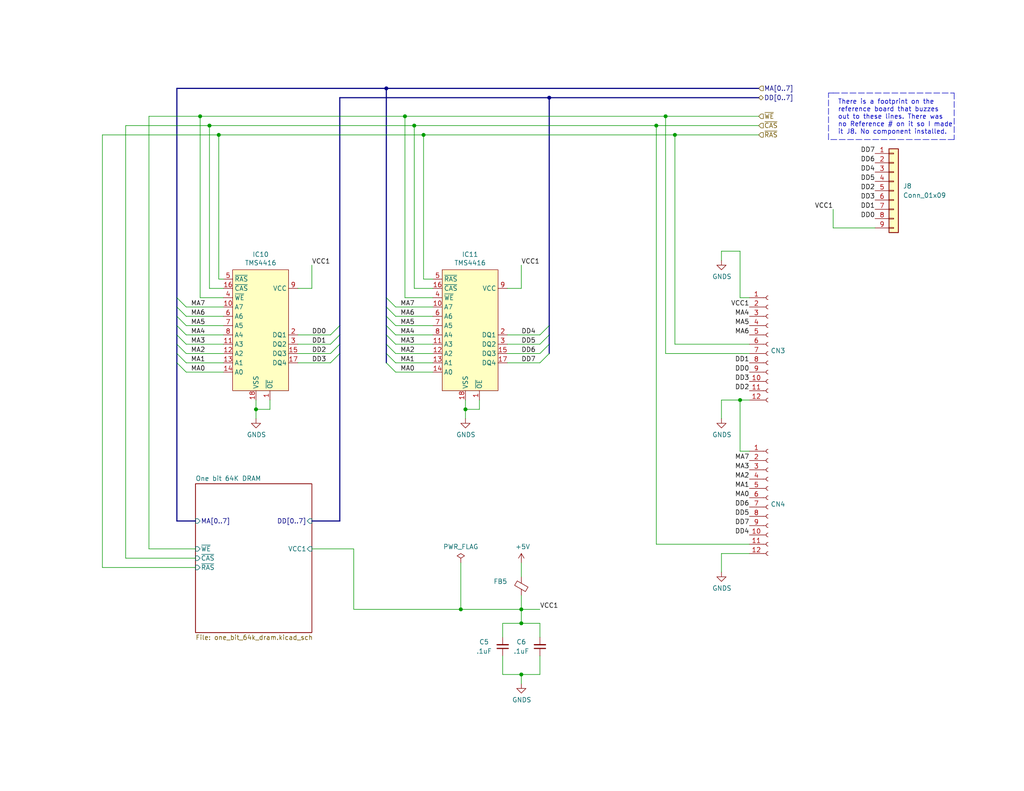
<source format=kicad_sch>
(kicad_sch (version 20211123) (generator eeschema)
  (paper "A")
  (title_block (title "TRS-80 Color Computer 2 (26-3134B & 26-3136B)") (date "2022-10-07") (rev "1.0.0") (company "Tandy Corporation") (comment 1 "Board # 20261058") (comment 3 "Reference board donated by MrDave3609") (comment 4 "Kicad schematic capture by Rocky Hill"))
  (lib_symbols
    (symbol "Connector_Generic:Conn_01x09" (pin_names (offset 1.016) hide)
      (property "Reference" "J" (at 0 12.7 0))
      (property "Value" "Conn_01x09" (at 0 -12.7 0))
      (symbol "Conn_01x09_1_1"
        (rectangle (start -1.27 -10.033) (end 0 -10.287) (stroke (width 0.1524)))
        (rectangle (start -1.27 -7.493) (end 0 -7.747) (stroke (width 0.1524)))
        (rectangle (start -1.27 -4.953) (end 0 -5.207) (stroke (width 0.1524)))
        (rectangle (start -1.27 -2.413) (end 0 -2.667) (stroke (width 0.1524)))
        (rectangle (start -1.27 0.127) (end 0 -0.127) (stroke (width 0.1524)))
        (rectangle (start -1.27 2.667) (end 0 2.413) (stroke (width 0.1524)))
        (rectangle (start -1.27 5.207) (end 0 4.953) (stroke (width 0.1524)))
        (rectangle (start -1.27 7.747) (end 0 7.493) (stroke (width 0.1524)))
        (rectangle (start -1.27 10.287) (end 0 10.033) (stroke (width 0.1524)))
        (rectangle (start -1.27 11.43) (end 1.27 -11.43) (stroke (width 0.254)) (fill (type background)))
        (pin passive line (at -5.08 10.16 0) (length 3.81) (name "Pin_1") (number "1"))
        (pin passive line (at -5.08 7.62 0) (length 3.81) (name "Pin_2") (number "2"))
        (pin passive line (at -5.08 5.08 0) (length 3.81) (name "Pin_3") (number "3"))
        (pin passive line (at -5.08 2.54 0) (length 3.81) (name "Pin_4") (number "4"))
        (pin passive line (at -5.08 0 0) (length 3.81) (name "Pin_5") (number "5"))
        (pin passive line (at -5.08 -2.54 0) (length 3.81) (name "Pin_6") (number "6"))
        (pin passive line (at -5.08 -5.08 0) (length 3.81) (name "Pin_7") (number "7"))
        (pin passive line (at -5.08 -7.62 0) (length 3.81) (name "Pin_8") (number "8"))
        (pin passive line (at -5.08 -10.16 0) (length 3.81) (name "Pin_9") (number "9"))
      )
    )
    (symbol "coco2-rescue:+5V-power" (power) (pin_names (offset 0))
      (property "Value" "+5V-power" (at 0 3.556 0))
      (symbol "+5V-power_0_1"
        (polyline (pts (xy -0.762 1.27) (xy 0 2.54)))
        (polyline (pts (xy 0 0) (xy 0 2.54)))
        (polyline (pts (xy 0 2.54) (xy 0.762 1.27)))
      )
      (symbol "+5V-power_1_1"
        (pin power_in line (at 0 0 90) (length 0) hide (name "+5V") (number "1"))
      )
    )
    (symbol "coco2-rescue:C_Small-Device" (pin_numbers hide) (pin_names (offset 0.254) hide)
      (property "Reference" "C" (at 0.254 1.778 0))
      (property "Value" "C_Small-Device" (at 0.254 -2.032 0))
      (symbol "C_Small-Device_0_1"
        (polyline (pts (xy -1.524 -0.508) (xy 1.524 -0.508)) (stroke (width 0.3302)))
        (polyline (pts (xy -1.524 0.508) (xy 1.524 0.508)) (stroke (width 0.3048)))
      )
      (symbol "C_Small-Device_1_1"
        (pin passive line (at 0 2.54 270) (length 2.032) (name "~") (number "1"))
        (pin passive line (at 0 -2.54 90) (length 2.032) (name "~") (number "2"))
      )
    )
    (symbol "coco2-rescue:Conn_01x12_Female-Connector" (pin_names (offset 1.016) hide)
      (property "Reference" "J" (at 0 15.24 0))
      (property "Value" "Conn_01x12_Female-Connector" (at 0 -17.78 0))
      (symbol "Conn_01x12_Female-Connector_1_1"
        (arc (start 0 -14.732) (mid -0.508 -15.24) (end 0 -15.748) (stroke (width 0.1524)))
        (arc (start 0 -12.192) (mid -0.508 -12.7) (end 0 -13.208) (stroke (width 0.1524)))
        (arc (start 0 -9.652) (mid -0.508 -10.16) (end 0 -10.668) (stroke (width 0.1524)))
        (arc (start 0 -7.112) (mid -0.508 -7.62) (end 0 -8.128) (stroke (width 0.1524)))
        (arc (start 0 -4.572) (mid -0.508 -5.08) (end 0 -5.588) (stroke (width 0.1524)))
        (arc (start 0 -2.032) (mid -0.508 -2.54) (end 0 -3.048) (stroke (width 0.1524)))
        (polyline (pts (xy -1.27 -15.24) (xy -0.508 -15.24)) (stroke (width 0.1524)))
        (polyline (pts (xy -1.27 -12.7) (xy -0.508 -12.7)) (stroke (width 0.1524)))
        (polyline (pts (xy -1.27 -10.16) (xy -0.508 -10.16)) (stroke (width 0.1524)))
        (polyline (pts (xy -1.27 -7.62) (xy -0.508 -7.62)) (stroke (width 0.1524)))
        (polyline (pts (xy -1.27 -5.08) (xy -0.508 -5.08)) (stroke (width 0.1524)))
        (polyline (pts (xy -1.27 -2.54) (xy -0.508 -2.54)) (stroke (width 0.1524)))
        (polyline (pts (xy -1.27 0) (xy -0.508 0)) (stroke (width 0.1524)))
        (polyline (pts (xy -1.27 2.54) (xy -0.508 2.54)) (stroke (width 0.1524)))
        (polyline (pts (xy -1.27 5.08) (xy -0.508 5.08)) (stroke (width 0.1524)))
        (polyline (pts (xy -1.27 7.62) (xy -0.508 7.62)) (stroke (width 0.1524)))
        (polyline (pts (xy -1.27 10.16) (xy -0.508 10.16)) (stroke (width 0.1524)))
        (polyline (pts (xy -1.27 12.7) (xy -0.508 12.7)) (stroke (width 0.1524)))
        (arc (start 0 0.508) (mid -0.508 0) (end 0 -0.508) (stroke (width 0.1524)))
        (arc (start 0 3.048) (mid -0.508 2.54) (end 0 2.032) (stroke (width 0.1524)))
        (arc (start 0 5.588) (mid -0.508 5.08) (end 0 4.572) (stroke (width 0.1524)))
        (arc (start 0 8.128) (mid -0.508 7.62) (end 0 7.112) (stroke (width 0.1524)))
        (arc (start 0 10.668) (mid -0.508 10.16) (end 0 9.652) (stroke (width 0.1524)))
        (arc (start 0 13.208) (mid -0.508 12.7) (end 0 12.192) (stroke (width 0.1524)))
        (pin passive line (at -5.08 12.7 0) (length 3.81) (name "Pin_1") (number "1"))
        (pin passive line (at -5.08 -10.16 0) (length 3.81) (name "Pin_10") (number "10"))
        (pin passive line (at -5.08 -12.7 0) (length 3.81) (name "Pin_11") (number "11"))
        (pin passive line (at -5.08 -15.24 0) (length 3.81) (name "Pin_12") (number "12"))
        (pin passive line (at -5.08 10.16 0) (length 3.81) (name "Pin_2") (number "2"))
        (pin passive line (at -5.08 7.62 0) (length 3.81) (name "Pin_3") (number "3"))
        (pin passive line (at -5.08 5.08 0) (length 3.81) (name "Pin_4") (number "4"))
        (pin passive line (at -5.08 2.54 0) (length 3.81) (name "Pin_5") (number "5"))
        (pin passive line (at -5.08 0 0) (length 3.81) (name "Pin_6") (number "6"))
        (pin passive line (at -5.08 -2.54 0) (length 3.81) (name "Pin_7") (number "7"))
        (pin passive line (at -5.08 -5.08 0) (length 3.81) (name "Pin_8") (number "8"))
        (pin passive line (at -5.08 -7.62 0) (length 3.81) (name "Pin_9") (number "9"))
      )
    )
    (symbol "coco2-rescue:Ferrite_Bead_Small-Device" (pin_numbers hide) (pin_names (offset 0))
      (property "Reference" "FB" (at 1.905 1.27 0))
      (property "Value" "Ferrite_Bead_Small-Device" (at 1.905 -1.27 0))
      (symbol "Ferrite_Bead_Small-Device_0_1"
        (polyline (pts (xy 0 -1.27) (xy 0 -0.7874)))
        (polyline (pts (xy 0 0.889) (xy 0 1.2954)))
        (polyline (pts (xy -1.8288 0.2794) (xy -1.1176 1.4986) (xy 1.8288 -0.2032) (xy 1.1176 -1.4224) (xy -1.8288 0.2794)))
      )
      (symbol "Ferrite_Bead_Small-Device_1_1"
        (pin passive line (at 0 2.54 270) (length 1.27) (name "~") (number "1"))
        (pin passive line (at 0 -2.54 90) (length 1.27) (name "~") (number "2"))
      )
    )
    (symbol "coco2-rescue:GNDS-power" (power) (pin_names (offset 0))
      (property "Value" "GNDS-power" (at 0 -3.81 0))
      (symbol "GNDS-power_0_1"
        (polyline (pts (xy 0 0) (xy 0 -1.27) (xy 1.27 -1.27) (xy 0 -2.54) (xy -1.27 -1.27) (xy 0 -1.27)))
      )
      (symbol "GNDS-power_1_1"
        (pin power_in line (at 0 0 270) (length 0) hide (name "GNDS") (number "1"))
      )
    )
    (symbol "coco2-rescue:PWR_FLAG-power" (power) (pin_numbers hide) (pin_names (offset 0) hide)
      (property "Value" "PWR_FLAG-power" (at 0 3.81 0))
      (symbol "PWR_FLAG-power_0_0"
        (pin power_out line (at 0 0 90) (length 0) (name "pwr") (number "1"))
      )
      (symbol "PWR_FLAG-power_0_1"
        (polyline (pts (xy 0 0) (xy 0 1.27) (xy -1.016 1.905) (xy 0 2.54) (xy 1.016 1.905) (xy 0 1.27)))
      )
    )
    (symbol "coco2:TMS4416" (pin_names (offset 0.4572))
      (property "Reference" "U" (at 6.35 1.27 0))
      (property "Value" "TMS4416" (at 6.35 -1.27 0))
      (symbol "TMS4416_0_1"
        (rectangle (start 13.97 -35.56) (end -1.27 -2.54) (fill (type background)))
      )
      (symbol "TMS4416_1_1"
        (pin input line (at 8.89 -38.1 90) (length 2.54) (name "~{OE}") (number "1"))
        (pin input line (at -3.81 -12.7 0) (length 2.54) (name "A7") (number "10"))
        (pin input line (at -3.81 -22.86 0) (length 2.54) (name "A3") (number "11"))
        (pin input line (at -3.81 -25.4 0) (length 2.54) (name "A2") (number "12"))
        (pin input line (at -3.81 -27.94 0) (length 2.54) (name "A1") (number "13"))
        (pin input line (at -3.81 -30.48 0) (length 2.54) (name "A0") (number "14"))
        (pin bidirectional line (at 16.51 -25.4 180) (length 2.54) (name "DQ3") (number "15"))
        (pin input line (at -3.81 -7.62 0) (length 2.54) (name "~{CAS}") (number "16"))
        (pin bidirectional line (at 16.51 -27.94 180) (length 2.54) (name "DQ4") (number "17"))
        (pin power_in line (at 5.08 -38.1 90) (length 2.54) (name "VSS") (number "18"))
        (pin bidirectional line (at 16.51 -20.32 180) (length 2.54) (name "DQ1") (number "2"))
        (pin bidirectional line (at 16.51 -22.86 180) (length 2.54) (name "DQ2") (number "3"))
        (pin input line (at -3.81 -10.16 0) (length 2.54) (name "~{WE}") (number "4"))
        (pin input line (at -3.81 -5.08 0) (length 2.54) (name "~{RAS}") (number "5"))
        (pin input line (at -3.81 -15.24 0) (length 2.54) (name "A6") (number "6"))
        (pin input line (at -3.81 -17.78 0) (length 2.54) (name "A5") (number "7"))
        (pin input line (at -3.81 -20.32 0) (length 2.54) (name "A4") (number "8"))
        (pin power_in line (at 16.51 -7.62 180) (length 2.54) (name "VCC") (number "9"))
      )
    )
  )
  (junction (at 115.57 36.83))
  (junction (at 142.24 170.18))
  (junction (at 149.86 26.67))
  (junction (at 181.61 31.75))
  (junction (at 105.41 24.13))
  (junction (at 57.15 34.29))
  (junction (at 59.69 36.83))
  (junction (at 125.73 166.37))
  (junction (at 54.61 31.75))
  (junction (at 113.03 34.29))
  (junction (at 184.15 36.83))
  (junction (at 142.24 166.37))
  (junction (at 142.24 184.15))
  (junction (at 127 111.76))
  (junction (at 110.49 31.75))
  (junction (at 69.85 111.76))
  (junction (at 179.07 34.29))
  (junction (at 201.93 109.22))
  (bus_entry (at 105.41 91.44) (size 2.54 2.54))
  (bus_entry (at 90.17 93.98) (size 2.54 -2.54))
  (bus_entry (at 147.32 99.06) (size 2.54 -2.54))
  (bus_entry (at 48.26 99.06) (size 2.54 2.54))
  (bus_entry (at 105.41 99.06) (size 2.54 2.54))
  (bus_entry (at 105.41 88.9) (size 2.54 2.54))
  (bus_entry (at 90.17 91.44) (size 2.54 -2.54))
  (bus_entry (at 90.17 99.06) (size 2.54 -2.54))
  (bus_entry (at 105.41 83.82) (size 2.54 2.54))
  (bus_entry (at 90.17 96.52) (size 2.54 -2.54))
  (bus_entry (at 147.32 96.52) (size 2.54 -2.54))
  (bus_entry (at 147.32 93.98) (size 2.54 -2.54))
  (bus_entry (at 105.41 93.98) (size 2.54 2.54))
  (bus_entry (at 147.32 91.44) (size 2.54 -2.54))
  (bus_entry (at 48.26 83.82) (size 2.54 2.54))
  (bus_entry (at 105.41 96.52) (size 2.54 2.54))
  (bus_entry (at 48.26 88.9) (size 2.54 2.54))
  (bus_entry (at 48.26 86.36) (size 2.54 2.54))
  (bus_entry (at 48.26 91.44) (size 2.54 2.54))
  (bus_entry (at 48.26 96.52) (size 2.54 2.54))
  (bus_entry (at 105.41 81.28) (size 2.54 2.54))
  (bus_entry (at 105.41 86.36) (size 2.54 2.54))
  (bus_entry (at 48.26 93.98) (size 2.54 2.54))
  (bus_entry (at 48.26 81.28) (size 2.54 2.54))
  (wire (pts (xy 181.61 96.52) (xy 181.61 31.75)))
  (wire (pts (xy 57.15 78.74) (xy 60.96 78.74)))
  (wire (pts (xy 142.24 162.56) (xy 142.24 166.37)))
  (wire (pts (xy 50.8 99.06) (xy 60.96 99.06)))
  (wire (pts (xy 81.28 99.06) (xy 90.17 99.06)))
  (wire (pts (xy 201.93 109.22) (xy 196.85 109.22)))
  (wire (pts (xy 138.43 93.98) (xy 147.32 93.98)))
  (bus (pts (xy 48.26 93.98) (xy 48.26 96.52)))
  (wire (pts (xy 137.16 173.99) (xy 137.16 170.18)))
  (wire (pts (xy 54.61 31.75) (xy 40.64 31.75)))
  (wire (pts (xy 138.43 99.06) (xy 147.32 99.06)))
  (polyline (pts (xy 260.35 25.4) (xy 260.35 38.1)))
  (wire (pts (xy 142.24 166.37) (xy 125.73 166.37)))
  (wire (pts (xy 118.11 91.44) (xy 107.95 91.44)))
  (wire (pts (xy 142.24 72.39) (xy 142.24 78.74)))
  (wire (pts (xy 110.49 31.75) (xy 54.61 31.75)))
  (bus (pts (xy 92.71 26.67) (xy 149.86 26.67)))
  (wire (pts (xy 59.69 36.83) (xy 59.69 76.2)))
  (wire (pts (xy 179.07 34.29) (xy 113.03 34.29)))
  (wire (pts (xy 69.85 109.22) (xy 69.85 111.76)))
  (wire (pts (xy 204.47 93.98) (xy 184.15 93.98)))
  (wire (pts (xy 73.66 111.76) (xy 69.85 111.76)))
  (wire (pts (xy 142.24 78.74) (xy 138.43 78.74)))
  (bus (pts (xy 149.86 88.9) (xy 149.86 91.44)))
  (bus (pts (xy 48.26 142.24) (xy 53.34 142.24)))
  (bus (pts (xy 105.41 86.36) (xy 105.41 88.9)))
  (wire (pts (xy 196.85 68.58) (xy 201.93 68.58)))
  (wire (pts (xy 142.24 166.37) (xy 142.24 170.18)))
  (wire (pts (xy 85.09 72.39) (xy 85.09 78.74)))
  (bus (pts (xy 149.86 26.67) (xy 149.86 88.9)))
  (wire (pts (xy 118.11 81.28) (xy 110.49 81.28)))
  (wire (pts (xy 138.43 91.44) (xy 147.32 91.44)))
  (bus (pts (xy 92.71 91.44) (xy 92.71 93.98)))
  (wire (pts (xy 57.15 34.29) (xy 57.15 78.74)))
  (wire (pts (xy 125.73 166.37) (xy 125.73 153.67)))
  (wire (pts (xy 142.24 186.69) (xy 142.24 184.15)))
  (bus (pts (xy 92.71 26.67) (xy 92.71 88.9)))
  (wire (pts (xy 127 111.76) (xy 127 114.3)))
  (wire (pts (xy 118.11 86.36) (xy 107.95 86.36)))
  (wire (pts (xy 138.43 96.52) (xy 147.32 96.52)))
  (wire (pts (xy 184.15 93.98) (xy 184.15 36.83)))
  (bus (pts (xy 105.41 81.28) (xy 105.41 83.82)))
  (wire (pts (xy 227.33 57.15) (xy 227.33 62.23)))
  (wire (pts (xy 201.93 68.58) (xy 201.93 81.28)))
  (wire (pts (xy 69.85 111.76) (xy 69.85 114.3)))
  (wire (pts (xy 137.16 179.07) (xy 137.16 184.15)))
  (wire (pts (xy 113.03 78.74) (xy 113.03 34.29)))
  (wire (pts (xy 113.03 34.29) (xy 57.15 34.29)))
  (wire (pts (xy 96.52 149.86) (xy 96.52 166.37)))
  (wire (pts (xy 201.93 123.19) (xy 201.93 109.22)))
  (wire (pts (xy 184.15 36.83) (xy 115.57 36.83)))
  (wire (pts (xy 50.8 88.9) (xy 60.96 88.9)))
  (wire (pts (xy 50.8 93.98) (xy 60.96 93.98)))
  (wire (pts (xy 60.96 101.6) (xy 50.8 101.6)))
  (wire (pts (xy 107.95 88.9) (xy 118.11 88.9)))
  (wire (pts (xy 50.8 83.82) (xy 60.96 83.82)))
  (wire (pts (xy 181.61 96.52) (xy 204.47 96.52)))
  (wire (pts (xy 27.94 154.94) (xy 53.34 154.94)))
  (bus (pts (xy 92.71 88.9) (xy 92.71 91.44)))
  (wire (pts (xy 107.95 99.06) (xy 118.11 99.06)))
  (polyline (pts (xy 226.06 25.4) (xy 227.33 25.4)))
  (bus (pts (xy 92.71 93.98) (xy 92.71 96.52)))
  (wire (pts (xy 59.69 76.2) (xy 60.96 76.2)))
  (wire (pts (xy 147.32 179.07) (xy 147.32 184.15)))
  (wire (pts (xy 81.28 96.52) (xy 90.17 96.52)))
  (bus (pts (xy 92.71 96.52) (xy 92.71 142.24)))
  (wire (pts (xy 96.52 166.37) (xy 125.73 166.37)))
  (bus (pts (xy 48.26 81.28) (xy 48.26 83.82)))
  (wire (pts (xy 204.47 109.22) (xy 201.93 109.22)))
  (bus (pts (xy 105.41 93.98) (xy 105.41 96.52)))
  (wire (pts (xy 81.28 91.44) (xy 90.17 91.44)))
  (bus (pts (xy 149.86 93.98) (xy 149.86 96.52)))
  (bus (pts (xy 48.26 24.13) (xy 48.26 81.28)))
  (wire (pts (xy 118.11 96.52) (xy 107.95 96.52)))
  (polyline (pts (xy 227.33 25.4) (xy 260.35 25.4)))
  (wire (pts (xy 34.29 152.4) (xy 53.34 152.4)))
  (wire (pts (xy 207.01 36.83) (xy 184.15 36.83)))
  (wire (pts (xy 85.09 149.86) (xy 96.52 149.86)))
  (polyline (pts (xy 260.35 38.1) (xy 226.06 38.1)))
  (wire (pts (xy 60.96 96.52) (xy 50.8 96.52)))
  (wire (pts (xy 147.32 173.99) (xy 147.32 170.18)))
  (bus (pts (xy 48.26 24.13) (xy 105.41 24.13)))
  (bus (pts (xy 105.41 83.82) (xy 105.41 86.36)))
  (wire (pts (xy 40.64 149.86) (xy 53.34 149.86)))
  (wire (pts (xy 179.07 148.59) (xy 179.07 34.29)))
  (bus (pts (xy 48.26 91.44) (xy 48.26 93.98)))
  (bus (pts (xy 48.26 96.52) (xy 48.26 99.06)))
  (wire (pts (xy 127 109.22) (xy 127 111.76)))
  (wire (pts (xy 181.61 31.75) (xy 110.49 31.75)))
  (wire (pts (xy 59.69 36.83) (xy 27.94 36.83)))
  (wire (pts (xy 142.24 170.18) (xy 147.32 170.18)))
  (bus (pts (xy 105.41 88.9) (xy 105.41 91.44)))
  (wire (pts (xy 115.57 76.2) (xy 115.57 36.83)))
  (bus (pts (xy 149.86 91.44) (xy 149.86 93.98)))
  (wire (pts (xy 54.61 31.75) (xy 54.61 81.28)))
  (wire (pts (xy 118.11 76.2) (xy 115.57 76.2)))
  (wire (pts (xy 196.85 151.13) (xy 196.85 156.21)))
  (wire (pts (xy 142.24 153.67) (xy 142.24 157.48)))
  (wire (pts (xy 40.64 31.75) (xy 40.64 149.86)))
  (wire (pts (xy 137.16 170.18) (xy 142.24 170.18)))
  (wire (pts (xy 147.32 166.37) (xy 142.24 166.37)))
  (wire (pts (xy 85.09 78.74) (xy 81.28 78.74)))
  (wire (pts (xy 54.61 81.28) (xy 60.96 81.28)))
  (bus (pts (xy 48.26 88.9) (xy 48.26 91.44)))
  (wire (pts (xy 118.11 101.6) (xy 107.95 101.6)))
  (wire (pts (xy 118.11 78.74) (xy 113.03 78.74)))
  (wire (pts (xy 207.01 34.29) (xy 179.07 34.29)))
  (polyline (pts (xy 226.06 38.1) (xy 226.06 25.4)))
  (wire (pts (xy 130.81 109.22) (xy 130.81 111.76)))
  (wire (pts (xy 204.47 123.19) (xy 201.93 123.19)))
  (wire (pts (xy 147.32 184.15) (xy 142.24 184.15)))
  (wire (pts (xy 196.85 71.12) (xy 196.85 68.58)))
  (wire (pts (xy 34.29 34.29) (xy 34.29 152.4)))
  (wire (pts (xy 107.95 93.98) (xy 118.11 93.98)))
  (wire (pts (xy 207.01 31.75) (xy 181.61 31.75)))
  (bus (pts (xy 105.41 91.44) (xy 105.41 93.98)))
  (wire (pts (xy 107.95 83.82) (xy 118.11 83.82)))
  (wire (pts (xy 60.96 91.44) (xy 50.8 91.44)))
  (wire (pts (xy 196.85 109.22) (xy 196.85 114.3)))
  (bus (pts (xy 149.86 26.67) (xy 207.01 26.67)))
  (wire (pts (xy 142.24 184.15) (xy 137.16 184.15)))
  (wire (pts (xy 57.15 34.29) (xy 34.29 34.29)))
  (wire (pts (xy 110.49 81.28) (xy 110.49 31.75)))
  (wire (pts (xy 227.33 62.23) (xy 238.76 62.23)))
  (wire (pts (xy 204.47 148.59) (xy 179.07 148.59)))
  (wire (pts (xy 196.85 151.13) (xy 204.47 151.13)))
  (wire (pts (xy 130.81 111.76) (xy 127 111.76)))
  (wire (pts (xy 60.96 86.36) (xy 50.8 86.36)))
  (bus (pts (xy 48.26 99.06) (xy 48.26 142.24)))
  (wire (pts (xy 81.28 93.98) (xy 90.17 93.98)))
  (bus (pts (xy 105.41 96.52) (xy 105.41 99.06)))
  (wire (pts (xy 27.94 36.83) (xy 27.94 154.94)))
  (wire (pts (xy 73.66 109.22) (xy 73.66 111.76)))
  (bus (pts (xy 48.26 86.36) (xy 48.26 88.9)))
  (bus (pts (xy 48.26 83.82) (xy 48.26 86.36)))
  (bus (pts (xy 92.71 142.24) (xy 85.09 142.24)))
  (bus (pts (xy 105.41 24.13) (xy 105.41 81.28)))
  (wire (pts (xy 115.57 36.83) (xy 59.69 36.83)))
  (wire (pts (xy 201.93 81.28) (xy 204.47 81.28)))
  (bus (pts (xy 105.41 24.13) (xy 207.01 24.13)))
  (text "There is a footprint on the\nreference board that buzzes\nout to these lines. There was\nno Reference # on it so I made\nit J8. No component installed." (at 228.6 36.83 0) (effects (font (size 1.27 1.27)) (justify left bottom)))
  (label "VCC1" (at 227.33 57.15 180))
  (label "DD3" (at 204.47 104.14 180))
  (label "MA6" (at 204.47 91.44 180))
  (label "DD6" (at 142.24 96.52 0))
  (label "DD0" (at 204.47 101.6 180))
  (label "DD7" (at 142.24 99.06 0))
  (label "DD7" (at 238.76 41.91 180))
  (label "DD7" (at 204.47 143.51 180))
  (label "VCC1" (at 204.47 83.82 180))
  (label "DD3" (at 238.76 54.61 180))
  (label "MA2" (at 52.07 96.52 0))
  (label "VCC1" (at 85.09 72.39 0))
  (label "MA1" (at 52.07 99.06 0))
  (label "MA1" (at 109.22 99.06 0))
  (label "DD1" (at 85.09 93.98 0))
  (label "MA0" (at 204.47 135.89 180))
  (label "MA4" (at 204.47 86.36 180))
  (label "MA7" (at 109.22 83.82 0))
  (label "DD6" (at 238.76 44.45 180))
  (label "MA4" (at 52.07 91.44 0))
  (label "MA5" (at 204.47 88.9 180))
  (label "MA5" (at 109.22 88.9 0))
  (label "DD5" (at 204.47 140.97 180))
  (label "MA1" (at 204.47 133.35 180))
  (label "MA4" (at 109.22 91.44 0))
  (label "DD6" (at 204.47 138.43 180))
  (label "DD5" (at 238.76 49.53 180))
  (label "DD0" (at 238.76 59.69 180))
  (label "MA0" (at 109.22 101.6 0))
  (label "VCC1" (at 142.24 72.39 0))
  (label "MA2" (at 109.22 96.52 0))
  (label "MA0" (at 52.07 101.6 0))
  (label "MA6" (at 109.22 86.36 0))
  (label "DD5" (at 142.24 93.98 0))
  (label "DD0" (at 85.09 91.44 0))
  (label "DD2" (at 238.76 52.07 180))
  (label "MA6" (at 52.07 86.36 0))
  (label "DD3" (at 85.09 99.06 0))
  (label "DD4" (at 238.76 46.99 180))
  (label "DD2" (at 204.47 106.68 180))
  (label "DD4" (at 204.47 146.05 180))
  (label "MA2" (at 204.47 130.81 180))
  (label "MA5" (at 52.07 88.9 0))
  (label "DD4" (at 142.24 91.44 0))
  (label "DD2" (at 85.09 96.52 0))
  (label "MA7" (at 204.47 125.73 180))
  (label "DD1" (at 238.76 57.15 180))
  (label "MA3" (at 204.47 128.27 180))
  (label "MA3" (at 52.07 93.98 0))
  (label "DD1" (at 204.47 99.06 180))
  (label "MA3" (at 109.22 93.98 0))
  (label "MA7" (at 52.07 83.82 0))
  (label "VCC1" (at 147.32 166.37 0))
  (hierarchical_label "~{WE}" (shape input) (at 207.01 31.75 0))
  (hierarchical_label "~{RAS}" (shape input) (at 207.01 36.83 0))
  (hierarchical_label "DD[0..7]" (shape bidirectional) (at 207.01 26.67 0))
  (hierarchical_label "~{CAS}" (shape input) (at 207.01 34.29 0))
  (hierarchical_label "MA[0..7]" (shape input) (at 207.01 24.13 0))
  (symbol (lib_id "coco2-rescue:C_Small-Device") (at 137.16 176.53 180) (unit 1)
    (property "Reference" "C5" (at 132.08 175.26 0))
    (property "Value" ".1uF" (at 132.08 177.8 0))
    (property "Footprint" "Capacitor_THT:C_Disc_D4.7mm_W2.5mm_P5.00mm" (effects hide))
    (property "Datasheet" " https://search.murata.co.jp/Ceramy/image/img/A01X/G101/ENG/RDE_X7R_250V-1kV_E.pdf" (effects hide))
    (property "Vendor" "digikey" (effects hide))
    (property "Vendor part#" "490-8814-ND" (effects hide))
    (property "Manufacturer part#" "RDER71H104K0K1H03B" (effects hide))
  )
  (symbol (lib_id "coco2-rescue:C_Small-Device") (at 147.32 176.53 180) (unit 1)
    (property "Reference" "C6" (at 142.24 175.26 0))
    (property "Value" ".1uF" (at 142.24 177.8 0))
    (property "Footprint" "Capacitor_THT:C_Disc_D4.7mm_W2.5mm_P5.00mm" (effects hide))
    (property "Datasheet" " https://search.murata.co.jp/Ceramy/image/img/A01X/G101/ENG/RDE_X7R_250V-1kV_E.pdf" (effects hide))
    (property "Vendor" "digikey" (effects hide))
    (property "Vendor part#" "490-8814-ND" (effects hide))
    (property "Manufacturer part#" "RDER71H104K0K1H03B" (effects hide))
  )
  (symbol (lib_id "coco2-rescue:+5V-power") (at 142.24 153.67 0) (unit 1)
    (property "Reference" "#PWR0999022" (effects hide))
    (property "Value" "+5V" (at 142.621 149.2758 0))
  )
  (symbol (lib_id "coco2:TMS4416") (at 64.77 71.12 0) (unit 1)
    (property "Reference" "IC10" (at 71.12 69.469 0))
    (property "Value" "TMS4416" (at 71.12 71.7804 0))
    (property "Footprint" "Package_DIP:DIP-18_W7.62mm_Socket" (effects hide))
    (property "Datasheet" "http://www.assmann-wsw.com/uploads/datasheets/ASS_0810_CO.pdf" (effects hide))
    (property "Vendor" "digikey" (effects hide))
    (property "Vendor part#" "AE9995-ND" (effects hide))
    (property "Manufacturer part#" "A 18-LC-TT" (effects hide))
  )
  (symbol (lib_id "coco2:TMS4416") (at 121.92 71.12 0) (unit 1)
    (property "Reference" "IC11" (at 128.27 69.469 0))
    (property "Value" "TMS4416" (at 128.27 71.7804 0))
    (property "Footprint" "Package_DIP:DIP-18_W7.62mm_Socket" (effects hide))
    (property "Datasheet" "http://www.assmann-wsw.com/uploads/datasheets/ASS_0810_CO.pdf" (effects hide))
    (property "Vendor" "digikey" (effects hide))
    (property "Vendor part#" "AE9995-ND" (effects hide))
    (property "Manufacturer part#" "A 18-LC-TT" (effects hide))
  )
  (symbol (lib_id "coco2-rescue:GNDS-power") (at 69.85 114.3 0) (unit 1)
    (property "Reference" "#PWR0101" (effects hide))
    (property "Value" "GNDS" (at 69.977 118.6942 0))
  )
  (symbol (lib_id "coco2-rescue:GNDS-power") (at 127 114.3 0) (unit 1)
    (property "Reference" "#PWR0102" (effects hide))
    (property "Value" "GNDS" (at 127.127 118.6942 0))
  )
  (symbol (lib_id "coco2-rescue:Ferrite_Bead_Small-Device") (at 142.24 160.02 180) (unit 1)
    (property "Reference" "FB5" (at 138.43 158.75 0) (effects (justify left)))
    (property "Value" "Ferrite_Bead_Small" (effects hide))
    (property "Footprint" "coco2:ferrite_bead" (effects hide))
    (property "Datasheet" "http://www.fair-rite.com/wp-content/themes/fair-rite/print_product.php?pid=18608" (effects hide))
    (property "Vendor" "digikey" (effects hide))
    (property "Vendor part#" "1934-1364-ND" (effects hide))
    (property "Manufacturer part#" "2743007111" (effects hide))
  )
  (symbol (lib_id "coco2-rescue:GNDS-power") (at 142.24 186.69 0) (unit 1)
    (property "Reference" "#PWR0103" (effects hide))
    (property "Value" "GNDS" (at 142.367 191.0842 0))
  )
  (symbol (lib_id "coco2-rescue:Conn_01x12_Female-Connector") (at 209.55 93.98 0) (unit 1)
    (property "Reference" "CN3" (at 210.2612 95.758 0) (effects (justify left)))
    (property "Value" "Conn_01x12_Female" (effects hide))
    (property "Footprint" "coco2:PinSocket_1x12_P2.54mm_for_memory_board_adapter" (effects hide))
    (property "Datasheet" "https://www.molex.com/pdm_docs/sd/022182121_sd.pdf" (effects hide))
    (property "Vendor" "digikey" (effects hide))
    (property "Vendor part#" "23-0022182121-ND" (effects hide))
    (property "Manufacturer part#" "0022182121" (effects hide))
  )
  (symbol (lib_id "coco2-rescue:Conn_01x12_Female-Connector") (at 209.55 135.89 0) (unit 1)
    (property "Reference" "CN4" (at 210.2612 137.668 0) (effects (justify left)))
    (property "Value" "Conn_01x12_Female" (effects hide))
    (property "Footprint" "coco2:PinSocket_1x12_P2.54mm_for_memory_board_adapter" (effects hide))
    (property "Datasheet" "https://www.molex.com/pdm_docs/sd/022182121_sd.pdf" (effects hide))
    (property "Vendor" "digikey" (effects hide))
    (property "Vendor part#" "23-0022182121-ND" (effects hide))
    (property "Manufacturer part#" "0022182121" (effects hide))
  )
  (symbol (lib_id "coco2-rescue:GNDS-power") (at 196.85 71.12 0) (unit 1)
    (property "Reference" "#PWR0104" (effects hide))
    (property "Value" "GNDS" (at 196.977 75.5142 0))
  )
  (symbol (lib_id "coco2-rescue:GNDS-power") (at 196.85 114.3 0) (unit 1)
    (property "Reference" "#PWR0105" (effects hide))
    (property "Value" "GNDS" (at 196.977 118.6942 0))
  )
  (symbol (lib_id "coco2-rescue:GNDS-power") (at 196.85 156.21 0) (unit 1)
    (property "Reference" "#PWR0106" (effects hide))
    (property "Value" "GNDS" (at 196.977 160.6042 0))
  )
  (symbol (lib_id "coco2-rescue:PWR_FLAG-power") (at 125.73 153.67 0) (unit 1)
    (property "Reference" "#FLG0101" (effects hide))
    (property "Value" "PWR_FLAG" (at 125.73 149.2758 0))
  )
  (symbol (lib_id "Connector_Generic:Conn_01x09") (at 243.84 52.07 0) (unit 1)
    (property "Reference" "J8" (at 246.38 50.7999 0) (effects (justify left)))
    (property "Value" "Conn_01x09" (at 246.38 53.3399 0) (effects (justify left)))
    (property "Footprint" "Connector_PinHeader_2.54mm:PinHeader_1x09_P2.54mm_Vertical" (effects hide))
  )
  (sheet (at 53.34 132.08) (size 31.75 40.64)
    (property "Sheet name" "One bit 64K DRAM" (at 53.34 131.3684 0) (effects (justify left bottom)))
    (property "Sheet file" "one_bit_64k_dram.kicad_sch" (at 53.34 173.3046 0) (effects (justify left top)))
    (pin "MA[0..7]" input (at 53.34 142.24 180))
    (pin "DD[0..7]" input (at 85.09 142.24 0))
    (pin "~{RAS}" input (at 53.34 154.94 180))
    (pin "~{WE}" input (at 53.34 149.86 180))
    (pin "~{CAS}" input (at 53.34 152.4 180))
    (pin "VCC1" input (at 85.09 149.86 0))
  )
)
</source>
